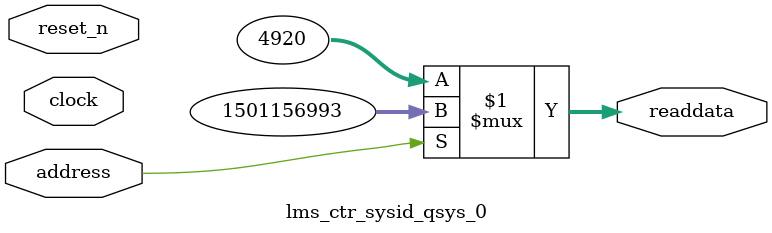
<source format=v>



// synthesis translate_off
`timescale 1ns / 1ps
// synthesis translate_on

// turn off superfluous verilog processor warnings 
// altera message_level Level1 
// altera message_off 10034 10035 10036 10037 10230 10240 10030 

module lms_ctr_sysid_qsys_0 (
               // inputs:
                address,
                clock,
                reset_n,

               // outputs:
                readdata
             )
;

  output  [ 31: 0] readdata;
  input            address;
  input            clock;
  input            reset_n;

  wire    [ 31: 0] readdata;
  //control_slave, which is an e_avalon_slave
  assign readdata = address ? 1501156993 : 4920;

endmodule



</source>
